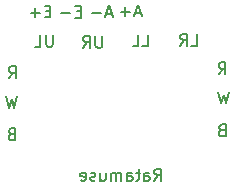
<source format=gbr>
%TF.GenerationSoftware,KiCad,Pcbnew,7.0.2*%
%TF.CreationDate,2024-03-22T08:16:19+01:00*%
%TF.ProjectId,NB_Iot,4e425f49-6f74-42e6-9b69-6361645f7063,rev?*%
%TF.SameCoordinates,Original*%
%TF.FileFunction,Legend,Bot*%
%TF.FilePolarity,Positive*%
%FSLAX46Y46*%
G04 Gerber Fmt 4.6, Leading zero omitted, Abs format (unit mm)*
G04 Created by KiCad (PCBNEW 7.0.2) date 2024-03-22 08:16:19*
%MOMM*%
%LPD*%
G01*
G04 APERTURE LIST*
%ADD10C,0.150000*%
G04 APERTURE END LIST*
D10*
X122417142Y-62217619D02*
X122179047Y-63217619D01*
X122179047Y-63217619D02*
X121988571Y-62503333D01*
X121988571Y-62503333D02*
X121798095Y-63217619D01*
X121798095Y-63217619D02*
X121560000Y-62217619D01*
X121968571Y-65443809D02*
X121825714Y-65491428D01*
X121825714Y-65491428D02*
X121778095Y-65539047D01*
X121778095Y-65539047D02*
X121730476Y-65634285D01*
X121730476Y-65634285D02*
X121730476Y-65777142D01*
X121730476Y-65777142D02*
X121778095Y-65872380D01*
X121778095Y-65872380D02*
X121825714Y-65920000D01*
X121825714Y-65920000D02*
X121920952Y-65967619D01*
X121920952Y-65967619D02*
X122301904Y-65967619D01*
X122301904Y-65967619D02*
X122301904Y-64967619D01*
X122301904Y-64967619D02*
X121968571Y-64967619D01*
X121968571Y-64967619D02*
X121873333Y-65015238D01*
X121873333Y-65015238D02*
X121825714Y-65062857D01*
X121825714Y-65062857D02*
X121778095Y-65158095D01*
X121778095Y-65158095D02*
X121778095Y-65253333D01*
X121778095Y-65253333D02*
X121825714Y-65348571D01*
X121825714Y-65348571D02*
X121873333Y-65396190D01*
X121873333Y-65396190D02*
X121968571Y-65443809D01*
X121968571Y-65443809D02*
X122301904Y-65443809D01*
X130454523Y-55261904D02*
X129978333Y-55261904D01*
X130549761Y-55547619D02*
X130216428Y-54547619D01*
X130216428Y-54547619D02*
X129883095Y-55547619D01*
X129549761Y-55166666D02*
X128787857Y-55166666D01*
X137190714Y-57967619D02*
X137666904Y-57967619D01*
X137666904Y-57967619D02*
X137666904Y-56967619D01*
X136285952Y-57967619D02*
X136619285Y-57491428D01*
X136857380Y-57967619D02*
X136857380Y-56967619D01*
X136857380Y-56967619D02*
X136476428Y-56967619D01*
X136476428Y-56967619D02*
X136381190Y-57015238D01*
X136381190Y-57015238D02*
X136333571Y-57062857D01*
X136333571Y-57062857D02*
X136285952Y-57158095D01*
X136285952Y-57158095D02*
X136285952Y-57300952D01*
X136285952Y-57300952D02*
X136333571Y-57396190D01*
X136333571Y-57396190D02*
X136381190Y-57443809D01*
X136381190Y-57443809D02*
X136476428Y-57491428D01*
X136476428Y-57491428D02*
X136857380Y-57491428D01*
X132914523Y-55211904D02*
X132438333Y-55211904D01*
X133009761Y-55497619D02*
X132676428Y-54497619D01*
X132676428Y-54497619D02*
X132343095Y-55497619D01*
X132009761Y-55116666D02*
X131247857Y-55116666D01*
X131628809Y-55497619D02*
X131628809Y-54735714D01*
X129664999Y-57137619D02*
X129664999Y-57947142D01*
X129664999Y-57947142D02*
X129617380Y-58042380D01*
X129617380Y-58042380D02*
X129569761Y-58090000D01*
X129569761Y-58090000D02*
X129474523Y-58137619D01*
X129474523Y-58137619D02*
X129284047Y-58137619D01*
X129284047Y-58137619D02*
X129188809Y-58090000D01*
X129188809Y-58090000D02*
X129141190Y-58042380D01*
X129141190Y-58042380D02*
X129093571Y-57947142D01*
X129093571Y-57947142D02*
X129093571Y-57137619D01*
X128045952Y-58137619D02*
X128379285Y-57661428D01*
X128617380Y-58137619D02*
X128617380Y-57137619D01*
X128617380Y-57137619D02*
X128236428Y-57137619D01*
X128236428Y-57137619D02*
X128141190Y-57185238D01*
X128141190Y-57185238D02*
X128093571Y-57232857D01*
X128093571Y-57232857D02*
X128045952Y-57328095D01*
X128045952Y-57328095D02*
X128045952Y-57470952D01*
X128045952Y-57470952D02*
X128093571Y-57566190D01*
X128093571Y-57566190D02*
X128141190Y-57613809D01*
X128141190Y-57613809D02*
X128236428Y-57661428D01*
X128236428Y-57661428D02*
X128617380Y-57661428D01*
X127834523Y-55063809D02*
X127501190Y-55063809D01*
X127358333Y-55587619D02*
X127834523Y-55587619D01*
X127834523Y-55587619D02*
X127834523Y-54587619D01*
X127834523Y-54587619D02*
X127358333Y-54587619D01*
X126929761Y-55206666D02*
X126167857Y-55206666D01*
X139778571Y-65113809D02*
X139635714Y-65161428D01*
X139635714Y-65161428D02*
X139588095Y-65209047D01*
X139588095Y-65209047D02*
X139540476Y-65304285D01*
X139540476Y-65304285D02*
X139540476Y-65447142D01*
X139540476Y-65447142D02*
X139588095Y-65542380D01*
X139588095Y-65542380D02*
X139635714Y-65590000D01*
X139635714Y-65590000D02*
X139730952Y-65637619D01*
X139730952Y-65637619D02*
X140111904Y-65637619D01*
X140111904Y-65637619D02*
X140111904Y-64637619D01*
X140111904Y-64637619D02*
X139778571Y-64637619D01*
X139778571Y-64637619D02*
X139683333Y-64685238D01*
X139683333Y-64685238D02*
X139635714Y-64732857D01*
X139635714Y-64732857D02*
X139588095Y-64828095D01*
X139588095Y-64828095D02*
X139588095Y-64923333D01*
X139588095Y-64923333D02*
X139635714Y-65018571D01*
X139635714Y-65018571D02*
X139683333Y-65066190D01*
X139683333Y-65066190D02*
X139778571Y-65113809D01*
X139778571Y-65113809D02*
X140111904Y-65113809D01*
X133040238Y-58037619D02*
X133516428Y-58037619D01*
X133516428Y-58037619D02*
X133516428Y-57037619D01*
X132230714Y-58037619D02*
X132706904Y-58037619D01*
X132706904Y-58037619D02*
X132706904Y-57037619D01*
X139530476Y-60377619D02*
X139863809Y-59901428D01*
X140101904Y-60377619D02*
X140101904Y-59377619D01*
X140101904Y-59377619D02*
X139720952Y-59377619D01*
X139720952Y-59377619D02*
X139625714Y-59425238D01*
X139625714Y-59425238D02*
X139578095Y-59472857D01*
X139578095Y-59472857D02*
X139530476Y-59568095D01*
X139530476Y-59568095D02*
X139530476Y-59710952D01*
X139530476Y-59710952D02*
X139578095Y-59806190D01*
X139578095Y-59806190D02*
X139625714Y-59853809D01*
X139625714Y-59853809D02*
X139720952Y-59901428D01*
X139720952Y-59901428D02*
X140101904Y-59901428D01*
X125274523Y-55053809D02*
X124941190Y-55053809D01*
X124798333Y-55577619D02*
X125274523Y-55577619D01*
X125274523Y-55577619D02*
X125274523Y-54577619D01*
X125274523Y-54577619D02*
X124798333Y-54577619D01*
X124369761Y-55196666D02*
X123607857Y-55196666D01*
X123988809Y-55577619D02*
X123988809Y-54815714D01*
X140367142Y-61857619D02*
X140129047Y-62857619D01*
X140129047Y-62857619D02*
X139938571Y-62143333D01*
X139938571Y-62143333D02*
X139748095Y-62857619D01*
X139748095Y-62857619D02*
X139510000Y-61857619D01*
X125484523Y-57057619D02*
X125484523Y-57867142D01*
X125484523Y-57867142D02*
X125436904Y-57962380D01*
X125436904Y-57962380D02*
X125389285Y-58010000D01*
X125389285Y-58010000D02*
X125294047Y-58057619D01*
X125294047Y-58057619D02*
X125103571Y-58057619D01*
X125103571Y-58057619D02*
X125008333Y-58010000D01*
X125008333Y-58010000D02*
X124960714Y-57962380D01*
X124960714Y-57962380D02*
X124913095Y-57867142D01*
X124913095Y-57867142D02*
X124913095Y-57057619D01*
X123960714Y-58057619D02*
X124436904Y-58057619D01*
X124436904Y-58057619D02*
X124436904Y-57057619D01*
X121760476Y-60717619D02*
X122093809Y-60241428D01*
X122331904Y-60717619D02*
X122331904Y-59717619D01*
X122331904Y-59717619D02*
X121950952Y-59717619D01*
X121950952Y-59717619D02*
X121855714Y-59765238D01*
X121855714Y-59765238D02*
X121808095Y-59812857D01*
X121808095Y-59812857D02*
X121760476Y-59908095D01*
X121760476Y-59908095D02*
X121760476Y-60050952D01*
X121760476Y-60050952D02*
X121808095Y-60146190D01*
X121808095Y-60146190D02*
X121855714Y-60193809D01*
X121855714Y-60193809D02*
X121950952Y-60241428D01*
X121950952Y-60241428D02*
X122331904Y-60241428D01*
X134090476Y-69397619D02*
X134423809Y-68921428D01*
X134661904Y-69397619D02*
X134661904Y-68397619D01*
X134661904Y-68397619D02*
X134280952Y-68397619D01*
X134280952Y-68397619D02*
X134185714Y-68445238D01*
X134185714Y-68445238D02*
X134138095Y-68492857D01*
X134138095Y-68492857D02*
X134090476Y-68588095D01*
X134090476Y-68588095D02*
X134090476Y-68730952D01*
X134090476Y-68730952D02*
X134138095Y-68826190D01*
X134138095Y-68826190D02*
X134185714Y-68873809D01*
X134185714Y-68873809D02*
X134280952Y-68921428D01*
X134280952Y-68921428D02*
X134661904Y-68921428D01*
X133233333Y-69397619D02*
X133233333Y-68873809D01*
X133233333Y-68873809D02*
X133280952Y-68778571D01*
X133280952Y-68778571D02*
X133376190Y-68730952D01*
X133376190Y-68730952D02*
X133566666Y-68730952D01*
X133566666Y-68730952D02*
X133661904Y-68778571D01*
X133233333Y-69350000D02*
X133328571Y-69397619D01*
X133328571Y-69397619D02*
X133566666Y-69397619D01*
X133566666Y-69397619D02*
X133661904Y-69350000D01*
X133661904Y-69350000D02*
X133709523Y-69254761D01*
X133709523Y-69254761D02*
X133709523Y-69159523D01*
X133709523Y-69159523D02*
X133661904Y-69064285D01*
X133661904Y-69064285D02*
X133566666Y-69016666D01*
X133566666Y-69016666D02*
X133328571Y-69016666D01*
X133328571Y-69016666D02*
X133233333Y-68969047D01*
X132899999Y-68730952D02*
X132519047Y-68730952D01*
X132757142Y-68397619D02*
X132757142Y-69254761D01*
X132757142Y-69254761D02*
X132709523Y-69350000D01*
X132709523Y-69350000D02*
X132614285Y-69397619D01*
X132614285Y-69397619D02*
X132519047Y-69397619D01*
X131757142Y-69397619D02*
X131757142Y-68873809D01*
X131757142Y-68873809D02*
X131804761Y-68778571D01*
X131804761Y-68778571D02*
X131899999Y-68730952D01*
X131899999Y-68730952D02*
X132090475Y-68730952D01*
X132090475Y-68730952D02*
X132185713Y-68778571D01*
X131757142Y-69350000D02*
X131852380Y-69397619D01*
X131852380Y-69397619D02*
X132090475Y-69397619D01*
X132090475Y-69397619D02*
X132185713Y-69350000D01*
X132185713Y-69350000D02*
X132233332Y-69254761D01*
X132233332Y-69254761D02*
X132233332Y-69159523D01*
X132233332Y-69159523D02*
X132185713Y-69064285D01*
X132185713Y-69064285D02*
X132090475Y-69016666D01*
X132090475Y-69016666D02*
X131852380Y-69016666D01*
X131852380Y-69016666D02*
X131757142Y-68969047D01*
X131280951Y-69397619D02*
X131280951Y-68730952D01*
X131280951Y-68826190D02*
X131233332Y-68778571D01*
X131233332Y-68778571D02*
X131138094Y-68730952D01*
X131138094Y-68730952D02*
X130995237Y-68730952D01*
X130995237Y-68730952D02*
X130899999Y-68778571D01*
X130899999Y-68778571D02*
X130852380Y-68873809D01*
X130852380Y-68873809D02*
X130852380Y-69397619D01*
X130852380Y-68873809D02*
X130804761Y-68778571D01*
X130804761Y-68778571D02*
X130709523Y-68730952D01*
X130709523Y-68730952D02*
X130566666Y-68730952D01*
X130566666Y-68730952D02*
X130471427Y-68778571D01*
X130471427Y-68778571D02*
X130423808Y-68873809D01*
X130423808Y-68873809D02*
X130423808Y-69397619D01*
X129519047Y-68730952D02*
X129519047Y-69397619D01*
X129947618Y-68730952D02*
X129947618Y-69254761D01*
X129947618Y-69254761D02*
X129899999Y-69350000D01*
X129899999Y-69350000D02*
X129804761Y-69397619D01*
X129804761Y-69397619D02*
X129661904Y-69397619D01*
X129661904Y-69397619D02*
X129566666Y-69350000D01*
X129566666Y-69350000D02*
X129519047Y-69302380D01*
X129090475Y-69350000D02*
X128995237Y-69397619D01*
X128995237Y-69397619D02*
X128804761Y-69397619D01*
X128804761Y-69397619D02*
X128709523Y-69350000D01*
X128709523Y-69350000D02*
X128661904Y-69254761D01*
X128661904Y-69254761D02*
X128661904Y-69207142D01*
X128661904Y-69207142D02*
X128709523Y-69111904D01*
X128709523Y-69111904D02*
X128804761Y-69064285D01*
X128804761Y-69064285D02*
X128947618Y-69064285D01*
X128947618Y-69064285D02*
X129042856Y-69016666D01*
X129042856Y-69016666D02*
X129090475Y-68921428D01*
X129090475Y-68921428D02*
X129090475Y-68873809D01*
X129090475Y-68873809D02*
X129042856Y-68778571D01*
X129042856Y-68778571D02*
X128947618Y-68730952D01*
X128947618Y-68730952D02*
X128804761Y-68730952D01*
X128804761Y-68730952D02*
X128709523Y-68778571D01*
X127852380Y-69350000D02*
X127947618Y-69397619D01*
X127947618Y-69397619D02*
X128138094Y-69397619D01*
X128138094Y-69397619D02*
X128233332Y-69350000D01*
X128233332Y-69350000D02*
X128280951Y-69254761D01*
X128280951Y-69254761D02*
X128280951Y-68873809D01*
X128280951Y-68873809D02*
X128233332Y-68778571D01*
X128233332Y-68778571D02*
X128138094Y-68730952D01*
X128138094Y-68730952D02*
X127947618Y-68730952D01*
X127947618Y-68730952D02*
X127852380Y-68778571D01*
X127852380Y-68778571D02*
X127804761Y-68873809D01*
X127804761Y-68873809D02*
X127804761Y-68969047D01*
X127804761Y-68969047D02*
X128280951Y-69064285D01*
M02*

</source>
